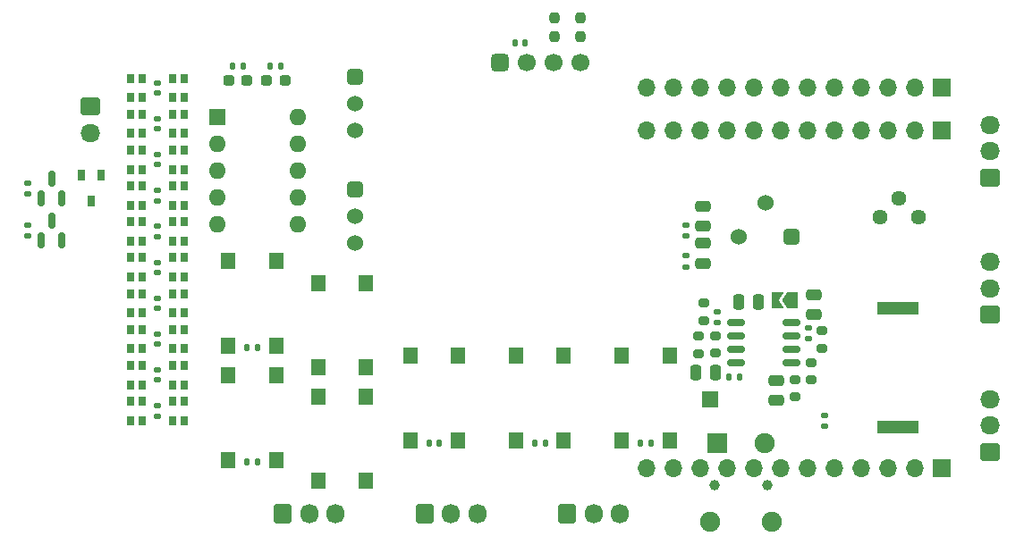
<source format=gbr>
%TF.GenerationSoftware,KiCad,Pcbnew,(6.0.11)*%
%TF.CreationDate,2024-02-29T08:25:03+09:00*%
%TF.ProjectId,Mother_UI,4d6f7468-6572-45f5-9549-2e6b69636164,rev?*%
%TF.SameCoordinates,Original*%
%TF.FileFunction,Soldermask,Top*%
%TF.FilePolarity,Negative*%
%FSLAX46Y46*%
G04 Gerber Fmt 4.6, Leading zero omitted, Abs format (unit mm)*
G04 Created by KiCad (PCBNEW (6.0.11)) date 2024-02-29 08:25:03*
%MOMM*%
%LPD*%
G01*
G04 APERTURE LIST*
G04 Aperture macros list*
%AMRoundRect*
0 Rectangle with rounded corners*
0 $1 Rounding radius*
0 $2 $3 $4 $5 $6 $7 $8 $9 X,Y pos of 4 corners*
0 Add a 4 corners polygon primitive as box body*
4,1,4,$2,$3,$4,$5,$6,$7,$8,$9,$2,$3,0*
0 Add four circle primitives for the rounded corners*
1,1,$1+$1,$2,$3*
1,1,$1+$1,$4,$5*
1,1,$1+$1,$6,$7*
1,1,$1+$1,$8,$9*
0 Add four rect primitives between the rounded corners*
20,1,$1+$1,$2,$3,$4,$5,0*
20,1,$1+$1,$4,$5,$6,$7,0*
20,1,$1+$1,$6,$7,$8,$9,0*
20,1,$1+$1,$8,$9,$2,$3,0*%
%AMFreePoly0*
4,1,6,1.000000,0.000000,0.500000,-0.750000,-0.500000,-0.750000,-0.500000,0.750000,0.500000,0.750000,1.000000,0.000000,1.000000,0.000000,$1*%
%AMFreePoly1*
4,1,6,0.500000,-0.750000,-0.650000,-0.750000,-0.150000,0.000000,-0.650000,0.750000,0.500000,0.750000,0.500000,-0.750000,0.500000,-0.750000,$1*%
G04 Aperture macros list end*
%ADD10RoundRect,0.250000X-0.250000X-0.475000X0.250000X-0.475000X0.250000X0.475000X-0.250000X0.475000X0*%
%ADD11RoundRect,0.381000X-0.381000X0.381000X-0.381000X-0.381000X0.381000X-0.381000X0.381000X0.381000X0*%
%ADD12C,1.524000*%
%ADD13RoundRect,0.200000X-0.275000X0.200000X-0.275000X-0.200000X0.275000X-0.200000X0.275000X0.200000X0*%
%ADD14R,1.400000X1.600000*%
%ADD15RoundRect,0.140000X0.170000X-0.140000X0.170000X0.140000X-0.170000X0.140000X-0.170000X-0.140000X0*%
%ADD16RoundRect,0.250000X0.675000X-0.600000X0.675000X0.600000X-0.675000X0.600000X-0.675000X-0.600000X0*%
%ADD17O,1.850000X1.700000*%
%ADD18R,4.000000X1.200000*%
%ADD19RoundRect,0.425000X-0.425000X-0.425000X0.425000X-0.425000X0.425000X0.425000X-0.425000X0.425000X0*%
%ADD20C,1.700000*%
%ADD21RoundRect,0.250000X-0.475000X0.250000X-0.475000X-0.250000X0.475000X-0.250000X0.475000X0.250000X0*%
%ADD22RoundRect,0.200000X0.275000X-0.200000X0.275000X0.200000X-0.275000X0.200000X-0.275000X-0.200000X0*%
%ADD23R,0.700000X0.900000*%
%ADD24RoundRect,0.135000X0.185000X-0.135000X0.185000X0.135000X-0.185000X0.135000X-0.185000X-0.135000X0*%
%ADD25RoundRect,0.135000X0.135000X0.185000X-0.135000X0.185000X-0.135000X-0.185000X0.135000X-0.185000X0*%
%ADD26RoundRect,0.140000X0.140000X0.170000X-0.140000X0.170000X-0.140000X-0.170000X0.140000X-0.170000X0*%
%ADD27RoundRect,0.381000X-0.381000X-0.381000X0.381000X-0.381000X0.381000X0.381000X-0.381000X0.381000X0*%
%ADD28FreePoly0,180.000000*%
%ADD29FreePoly1,180.000000*%
%ADD30RoundRect,0.140000X-0.140000X-0.170000X0.140000X-0.170000X0.140000X0.170000X-0.140000X0.170000X0*%
%ADD31R,1.500000X1.500000*%
%ADD32RoundRect,0.250000X0.250000X0.475000X-0.250000X0.475000X-0.250000X-0.475000X0.250000X-0.475000X0*%
%ADD33RoundRect,0.250000X-0.600000X-0.675000X0.600000X-0.675000X0.600000X0.675000X-0.600000X0.675000X0*%
%ADD34O,1.700000X1.850000*%
%ADD35C,1.000000*%
%ADD36R,1.900000X1.900000*%
%ADD37C,1.900000*%
%ADD38RoundRect,0.237500X-0.287500X-0.237500X0.287500X-0.237500X0.287500X0.237500X-0.287500X0.237500X0*%
%ADD39RoundRect,0.135000X-0.135000X-0.185000X0.135000X-0.185000X0.135000X0.185000X-0.135000X0.185000X0*%
%ADD40C,1.440000*%
%ADD41RoundRect,0.237500X-0.237500X0.250000X-0.237500X-0.250000X0.237500X-0.250000X0.237500X0.250000X0*%
%ADD42RoundRect,0.150000X0.150000X-0.587500X0.150000X0.587500X-0.150000X0.587500X-0.150000X-0.587500X0*%
%ADD43RoundRect,0.237500X0.287500X0.237500X-0.287500X0.237500X-0.287500X-0.237500X0.287500X-0.237500X0*%
%ADD44RoundRect,0.250000X-0.675000X0.600000X-0.675000X-0.600000X0.675000X-0.600000X0.675000X0.600000X0*%
%ADD45R,0.700000X1.000000*%
%ADD46R,1.600000X1.600000*%
%ADD47O,1.600000X1.600000*%
%ADD48RoundRect,0.135000X-0.185000X0.135000X-0.185000X-0.135000X0.185000X-0.135000X0.185000X0.135000X0*%
%ADD49RoundRect,0.150000X0.675000X0.150000X-0.675000X0.150000X-0.675000X-0.150000X0.675000X-0.150000X0*%
%ADD50R,1.700000X1.700000*%
%ADD51O,1.700000X1.700000*%
G04 APERTURE END LIST*
D10*
%TO.C,C22*%
X146050000Y-108930000D03*
X147950000Y-108930000D03*
%TD*%
D11*
%TO.C,SW7*%
X155160000Y-96040000D03*
D12*
X152660000Y-92840000D03*
X150160000Y-96040000D03*
%TD*%
D13*
%TO.C,R16*%
X146330000Y-105465000D03*
X146330000Y-107115000D03*
%TD*%
D14*
%TO.C,SW8*%
X101850000Y-106350000D03*
X101850000Y-98350000D03*
X106350000Y-98350000D03*
X106350000Y-106350000D03*
%TD*%
D15*
%TO.C,C5*%
X95100000Y-106230000D03*
X95100000Y-105270000D03*
%TD*%
D16*
%TO.C,J7*%
X173950000Y-116450000D03*
D17*
X173950000Y-113950000D03*
X173950000Y-111450000D03*
%TD*%
D18*
%TO.C,LS1*%
X165190000Y-114050000D03*
X165190000Y-102850000D03*
%TD*%
D19*
%TO.C,U1*%
X127540000Y-79565000D03*
D20*
X130080000Y-79565000D03*
X132620000Y-79565000D03*
X135160000Y-79565000D03*
%TD*%
D21*
%TO.C,C16*%
X146730000Y-96680000D03*
X146730000Y-98580000D03*
%TD*%
D22*
%TO.C,R12*%
X158010000Y-106595000D03*
X158010000Y-104945000D03*
%TD*%
D23*
%TO.C,D3*%
X96550000Y-82865000D03*
X97650000Y-82865000D03*
X97650000Y-81035000D03*
X96550000Y-81035000D03*
%TD*%
D16*
%TO.C,J6*%
X173950000Y-103450000D03*
D17*
X173950000Y-100950000D03*
X173950000Y-98450000D03*
%TD*%
D24*
%TO.C,R5*%
X145130000Y-95950000D03*
X145130000Y-94930000D03*
%TD*%
D15*
%TO.C,C3*%
X95100000Y-109630000D03*
X95100000Y-108670000D03*
%TD*%
D25*
%TO.C,R4*%
X106840000Y-79850000D03*
X105820000Y-79850000D03*
%TD*%
D14*
%TO.C,SW4*%
X129100000Y-107330000D03*
X129100000Y-115330000D03*
X133600000Y-115330000D03*
X133600000Y-107330000D03*
%TD*%
D23*
%TO.C,D18*%
X93650000Y-81035000D03*
X92550000Y-81035000D03*
X92550000Y-82865000D03*
X93650000Y-82865000D03*
%TD*%
D24*
%TO.C,R7*%
X82850000Y-95960000D03*
X82850000Y-94940000D03*
%TD*%
D26*
%TO.C,C14*%
X141830000Y-115580000D03*
X140870000Y-115580000D03*
%TD*%
D27*
%TO.C,SW2*%
X113810000Y-80920000D03*
D12*
X113810000Y-83460000D03*
X113810000Y-86000000D03*
%TD*%
D23*
%TO.C,D16*%
X96550000Y-110065000D03*
X97650000Y-110065000D03*
X97650000Y-108235000D03*
X96550000Y-108235000D03*
%TD*%
D28*
%TO.C,JP1*%
X155225000Y-102030000D03*
D29*
X153775000Y-102030000D03*
%TD*%
D30*
%TO.C,C20*%
X103620000Y-117400000D03*
X104580000Y-117400000D03*
%TD*%
D23*
%TO.C,D8*%
X96550000Y-103265000D03*
X97650000Y-103265000D03*
X97650000Y-101435000D03*
X96550000Y-101435000D03*
%TD*%
D31*
%TO.C,H4*%
X147430000Y-111430000D03*
%TD*%
D21*
%TO.C,C21*%
X153710000Y-109650000D03*
X153710000Y-111550000D03*
%TD*%
D24*
%TO.C,R6*%
X145140000Y-98890000D03*
X145140000Y-97870000D03*
%TD*%
D22*
%TO.C,R11*%
X157030000Y-109635000D03*
X157030000Y-107985000D03*
%TD*%
D32*
%TO.C,C19*%
X152019999Y-102260000D03*
X150119999Y-102260000D03*
%TD*%
D15*
%TO.C,C7*%
X95100000Y-102830000D03*
X95100000Y-101870000D03*
%TD*%
D23*
%TO.C,D10*%
X93650000Y-87835000D03*
X92550000Y-87835000D03*
X92550000Y-89665000D03*
X93650000Y-89665000D03*
%TD*%
D24*
%TO.C,R8*%
X82850000Y-91960000D03*
X82850000Y-90940000D03*
%TD*%
D23*
%TO.C,D19*%
X96550000Y-96465000D03*
X97650000Y-96465000D03*
X97650000Y-94635000D03*
X96550000Y-94635000D03*
%TD*%
D26*
%TO.C,C12*%
X131830000Y-115580000D03*
X130870000Y-115580000D03*
%TD*%
D33*
%TO.C,J2*%
X107000000Y-122300000D03*
D34*
X109500000Y-122300000D03*
X112000000Y-122300000D03*
%TD*%
D14*
%TO.C,SW11*%
X101850000Y-117200000D03*
X101850000Y-109200000D03*
X106350000Y-117200000D03*
X106350000Y-109200000D03*
%TD*%
D35*
%TO.C,J8*%
X152850000Y-119580000D03*
X147850000Y-119580000D03*
D36*
X148100000Y-115580000D03*
D37*
X152600000Y-115580000D03*
X153250000Y-123080000D03*
X147450000Y-123080000D03*
%TD*%
D15*
%TO.C,C1*%
X95100000Y-113030000D03*
X95100000Y-112070000D03*
%TD*%
D13*
%TO.C,R15*%
X155490000Y-109565000D03*
X155490000Y-111215000D03*
%TD*%
D21*
%TO.C,C15*%
X146740000Y-93170000D03*
X146740000Y-95070000D03*
%TD*%
D38*
%TO.C,D22*%
X105455000Y-81250000D03*
X107205000Y-81250000D03*
%TD*%
D33*
%TO.C,J3*%
X120400000Y-122300000D03*
D34*
X122900000Y-122300000D03*
X125400000Y-122300000D03*
%TD*%
D39*
%TO.C,R3*%
X102220000Y-79850000D03*
X103240000Y-79850000D03*
%TD*%
D15*
%TO.C,C10*%
X95100000Y-82430000D03*
X95100000Y-81470000D03*
%TD*%
D24*
%TO.C,R9*%
X156740000Y-105730000D03*
X156740000Y-104710000D03*
%TD*%
D15*
%TO.C,C2*%
X95100000Y-96030000D03*
X95100000Y-95070000D03*
%TD*%
D40*
%TO.C,RV1*%
X163553950Y-94190000D03*
X165350000Y-92393950D03*
X167146050Y-94190000D03*
%TD*%
D23*
%TO.C,D11*%
X96550000Y-89665000D03*
X97650000Y-89665000D03*
X97650000Y-87835000D03*
X96550000Y-87835000D03*
%TD*%
%TO.C,D2*%
X93650000Y-94635000D03*
X92550000Y-94635000D03*
X92550000Y-96465000D03*
X93650000Y-96465000D03*
%TD*%
D41*
%TO.C,R2*%
X135150000Y-75287500D03*
X135150000Y-77112500D03*
%TD*%
D14*
%TO.C,SW6*%
X139100000Y-115330000D03*
X139100000Y-107330000D03*
X143600000Y-107330000D03*
X143600000Y-115330000D03*
%TD*%
D23*
%TO.C,D12*%
X96550000Y-106665000D03*
X97650000Y-106665000D03*
X97650000Y-104835000D03*
X96550000Y-104835000D03*
%TD*%
%TO.C,D17*%
X93650000Y-98035000D03*
X92550000Y-98035000D03*
X92550000Y-99865000D03*
X93650000Y-99865000D03*
%TD*%
%TO.C,D13*%
X93650000Y-101435000D03*
X92550000Y-101435000D03*
X92550000Y-103265000D03*
X93650000Y-103265000D03*
%TD*%
D15*
%TO.C,C6*%
X95100000Y-89230000D03*
X95100000Y-88270000D03*
%TD*%
D23*
%TO.C,D6*%
X93650000Y-91235000D03*
X92550000Y-91235000D03*
X92550000Y-93065000D03*
X93650000Y-93065000D03*
%TD*%
%TO.C,D4*%
X96550000Y-99865000D03*
X97650000Y-99865000D03*
X97650000Y-98035000D03*
X96550000Y-98035000D03*
%TD*%
D30*
%TO.C,C17*%
X103620000Y-106550000D03*
X104580000Y-106550000D03*
%TD*%
D42*
%TO.C,Q1*%
X84150000Y-96387500D03*
X86050000Y-96387500D03*
X85100000Y-94512500D03*
%TD*%
D14*
%TO.C,SW3*%
X119100000Y-107330000D03*
X119100000Y-115330000D03*
X123600000Y-107330000D03*
X123600000Y-115330000D03*
%TD*%
D24*
%TO.C,R17*%
X158310000Y-114030000D03*
X158310000Y-113010000D03*
%TD*%
D23*
%TO.C,D7*%
X96550000Y-86265000D03*
X97650000Y-86265000D03*
X97650000Y-84435000D03*
X96550000Y-84435000D03*
%TD*%
D21*
%TO.C,C18*%
X157240000Y-101530000D03*
X157240000Y-103430000D03*
%TD*%
D22*
%TO.C,R14*%
X146870000Y-103975000D03*
X146870000Y-102325000D03*
%TD*%
D16*
%TO.C,J5*%
X173950000Y-90450000D03*
D17*
X173950000Y-87950000D03*
X173950000Y-85450000D03*
%TD*%
D43*
%TO.C,D21*%
X103605000Y-81250000D03*
X101855000Y-81250000D03*
%TD*%
D44*
%TO.C,J1*%
X88750000Y-83700000D03*
D17*
X88750000Y-86200000D03*
%TD*%
D45*
%TO.C,Q2*%
X89800000Y-90250000D03*
X87900000Y-90250000D03*
X88850000Y-92650000D03*
%TD*%
D15*
%TO.C,C8*%
X95100000Y-85830000D03*
X95100000Y-84870000D03*
%TD*%
%TO.C,C4*%
X95100000Y-92630000D03*
X95100000Y-91670000D03*
%TD*%
D33*
%TO.C,J4*%
X133900000Y-122300000D03*
D34*
X136400000Y-122300000D03*
X138900000Y-122300000D03*
%TD*%
D15*
%TO.C,C9*%
X95100000Y-99430000D03*
X95100000Y-98470000D03*
%TD*%
D23*
%TO.C,D5*%
X93650000Y-108235000D03*
X92550000Y-108235000D03*
X92550000Y-110065000D03*
X93650000Y-110065000D03*
%TD*%
D46*
%TO.C,SW1*%
X100770000Y-84725000D03*
D47*
X100770000Y-87265000D03*
X100770000Y-89805000D03*
X100770000Y-92345000D03*
X100770000Y-94885000D03*
X108390000Y-94885000D03*
X108390000Y-92345000D03*
X108390000Y-89805000D03*
X108390000Y-87265000D03*
X108390000Y-84725000D03*
%TD*%
D42*
%TO.C,Q3*%
X84150000Y-92387500D03*
X86050000Y-92387500D03*
X85100000Y-90512500D03*
%TD*%
D23*
%TO.C,D20*%
X96550000Y-113465000D03*
X97650000Y-113465000D03*
X97650000Y-111635000D03*
X96550000Y-111635000D03*
%TD*%
D48*
%TO.C,R10*%
X148160000Y-103160000D03*
X148160000Y-104180000D03*
%TD*%
D23*
%TO.C,D1*%
X93650000Y-111635000D03*
X92550000Y-111635000D03*
X92550000Y-113465000D03*
X93650000Y-113465000D03*
%TD*%
D14*
%TO.C,SW10*%
X110350000Y-111200000D03*
X110350000Y-119200000D03*
X114850000Y-119200000D03*
X114850000Y-111200000D03*
%TD*%
D39*
%TO.C,R18*%
X149210000Y-109380000D03*
X150230000Y-109380000D03*
%TD*%
D26*
%TO.C,C11*%
X121830000Y-115580000D03*
X120870000Y-115580000D03*
%TD*%
D41*
%TO.C,R1*%
X132750000Y-75287500D03*
X132750000Y-77112500D03*
%TD*%
D27*
%TO.C,SW5*%
X113810000Y-91549000D03*
D12*
X113810000Y-94089000D03*
X113810000Y-96629000D03*
%TD*%
D14*
%TO.C,SW9*%
X110350000Y-100450000D03*
X110350000Y-108450000D03*
X114850000Y-100450000D03*
X114850000Y-108450000D03*
%TD*%
D23*
%TO.C,D9*%
X93650000Y-104835000D03*
X92550000Y-104835000D03*
X92550000Y-106665000D03*
X93650000Y-106665000D03*
%TD*%
%TO.C,D14*%
X93650000Y-84435000D03*
X92550000Y-84435000D03*
X92550000Y-86265000D03*
X93650000Y-86265000D03*
%TD*%
%TO.C,D15*%
X96550000Y-93065000D03*
X97650000Y-93065000D03*
X97650000Y-91235000D03*
X96550000Y-91235000D03*
%TD*%
D26*
%TO.C,C13*%
X129960000Y-77700000D03*
X129000000Y-77700000D03*
%TD*%
D49*
%TO.C,U2*%
X155115000Y-108005000D03*
X155115000Y-106735000D03*
X155115000Y-105465000D03*
X155115000Y-104195000D03*
X149865000Y-104195000D03*
X149865000Y-105465000D03*
X149865000Y-106735000D03*
X149865000Y-108005000D03*
%TD*%
D22*
%TO.C,R13*%
X147930000Y-107075000D03*
X147930000Y-105425000D03*
%TD*%
D50*
%TO.C,J10*%
X169350000Y-85950000D03*
D51*
X166810000Y-85950000D03*
X164270000Y-85950000D03*
X161730000Y-85950000D03*
X159190000Y-85950000D03*
X156650000Y-85950000D03*
X154110000Y-85950000D03*
X151570000Y-85950000D03*
X149030000Y-85950000D03*
X146490000Y-85950000D03*
X143950000Y-85950000D03*
X141410000Y-85950000D03*
%TD*%
D50*
%TO.C,J9*%
X169350000Y-81950000D03*
D51*
X166810000Y-81950000D03*
X164270000Y-81950000D03*
X161730000Y-81950000D03*
X159190000Y-81950000D03*
X156650000Y-81950000D03*
X154110000Y-81950000D03*
X151570000Y-81950000D03*
X149030000Y-81950000D03*
X146490000Y-81950000D03*
X143950000Y-81950000D03*
X141410000Y-81950000D03*
%TD*%
D50*
%TO.C,J11*%
X169350000Y-117950000D03*
D51*
X166810000Y-117950000D03*
X164270000Y-117950000D03*
X161730000Y-117950000D03*
X159190000Y-117950000D03*
X156650000Y-117950000D03*
X154110000Y-117950000D03*
X151570000Y-117950000D03*
X149030000Y-117950000D03*
X146490000Y-117950000D03*
X143950000Y-117950000D03*
X141410000Y-117950000D03*
%TD*%
M02*

</source>
